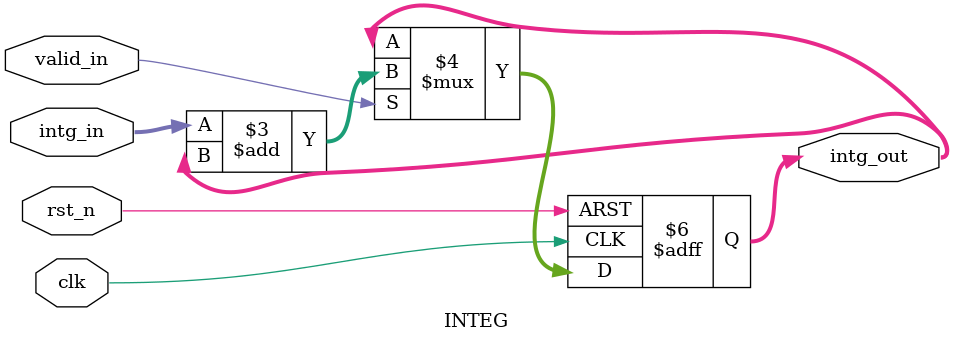
<source format=sv>

module INTEG #(
    parameter DATA_WIDTH = 16   , 
    parameter ACC_WIDTH = 20
) (
    input  logic                                clk         ,
    input  logic                                rst_n       ,   
    input  logic                                valid_in    ,
    input  logic signed [DATA_WIDTH - 1 : 0]    intg_in     ,
    output logic signed [ACC_WIDTH - 1 : 0]     intg_out
);

    always @(posedge clk or negedge rst_n) begin
        if (!rst_n) begin
            intg_out <= {ACC_WIDTH{'sb0}};
        end else if (valid_in) begin
            intg_out <= intg_in + intg_out;
        end
    end
endmodule
</source>
